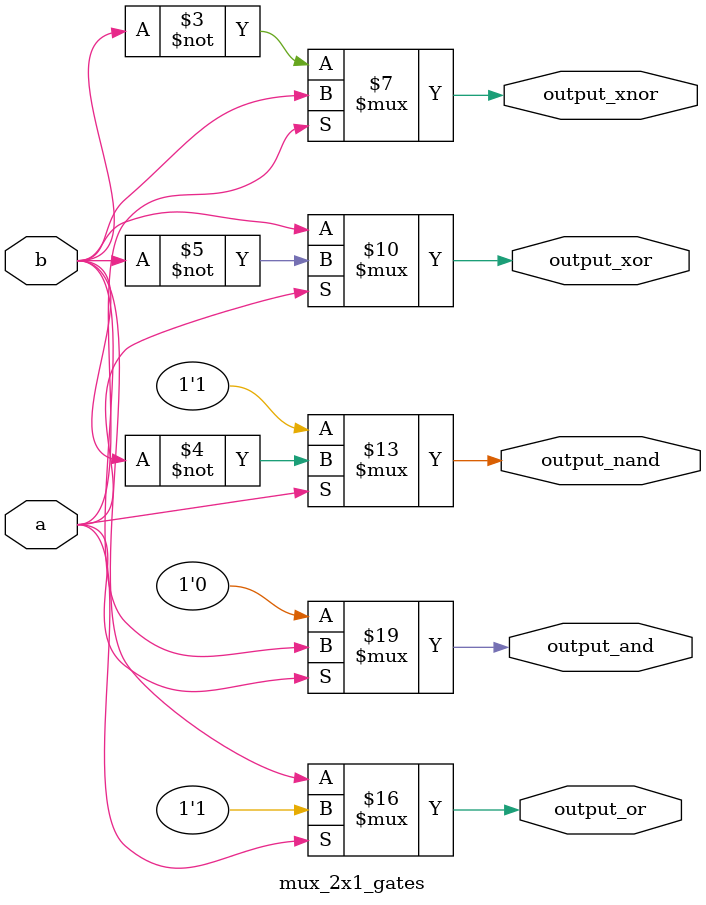
<source format=v>
module mux_2x1_gates(a,b,output_and, output_or, output_nand, output_xor, output_xnor);
   
input a,b;
output reg output_and, output_or, output_nand, output_xor, output_xnor;
  
always @(a,b)
     begin
     
       if(a==1'b0)
         begin
           output_and = 1'b0;
           output_or = b;
           output_nand = 1'b1;
	   output_xor = b;
	   output_xnor = (~b);
         end
     
       else
         begin
            output_and = b;
            output_or = 1'b1;
            output_nand = (~b);
	    output_xor = (~b);
	    output_xnor = b;
         end
  end
endmodule

</source>
